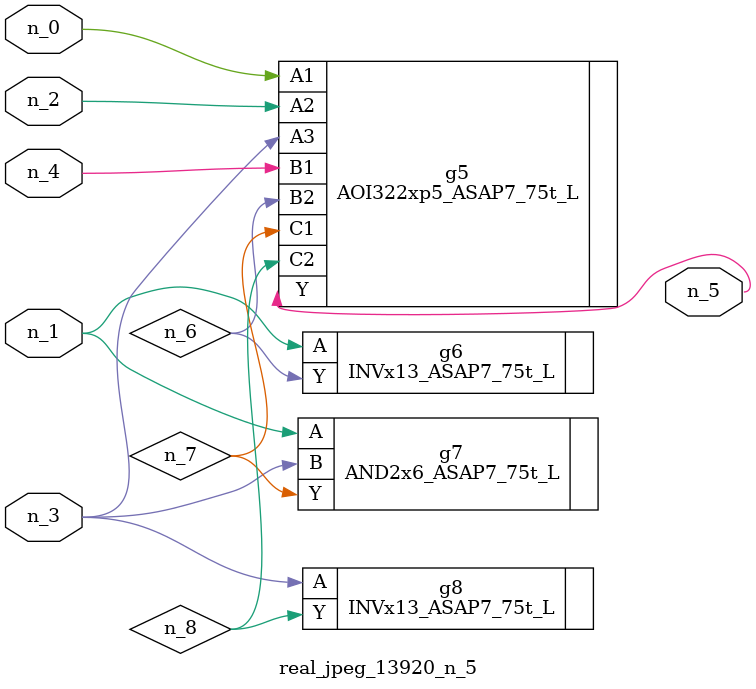
<source format=v>
module real_jpeg_13920_n_5 (n_4, n_0, n_1, n_2, n_3, n_5);

input n_4;
input n_0;
input n_1;
input n_2;
input n_3;

output n_5;

wire n_8;
wire n_6;
wire n_7;

AOI322xp5_ASAP7_75t_L g5 ( 
.A1(n_0),
.A2(n_2),
.A3(n_3),
.B1(n_4),
.B2(n_6),
.C1(n_7),
.C2(n_8),
.Y(n_5)
);

INVx13_ASAP7_75t_L g6 ( 
.A(n_1),
.Y(n_6)
);

AND2x6_ASAP7_75t_L g7 ( 
.A(n_1),
.B(n_3),
.Y(n_7)
);

INVx13_ASAP7_75t_L g8 ( 
.A(n_3),
.Y(n_8)
);


endmodule
</source>
